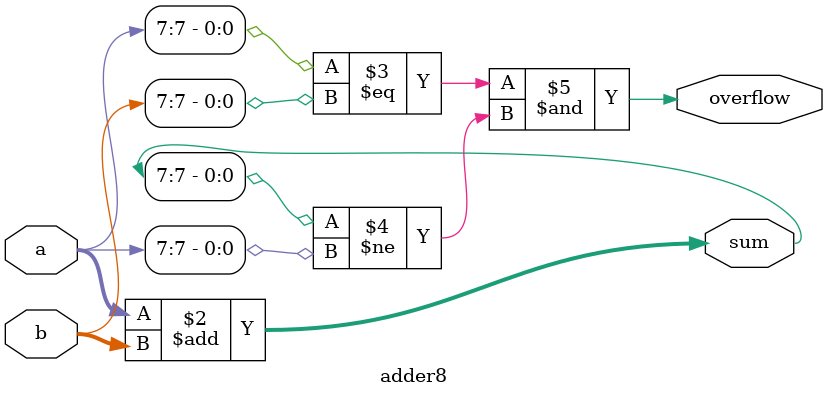
<source format=v>

/*
You are given an 8-bit adder module with overflow flag. 
The module interfaces as module adder8(input [7:0] a, input [7:0] b, 
output [7:0] sum, output overflow);. Write a small set of test vectors 
to cover “normal add”, “overflow”, “zero result”, and “max/min values”. 
Then how would you automate this in a Verilog testbench?

*/


module adder8
(

    input wire [7:0] a,
    input wire [7:0] b,  
    output reg [7:0] sum, 
    output reg overflow

);

always @(*) begin

    sum = a + b; 

    overflow = (a[7] == b[7]) & (sum[7] != a[7]); // if this is 1, then overflow
end 



endmodule 


</source>
